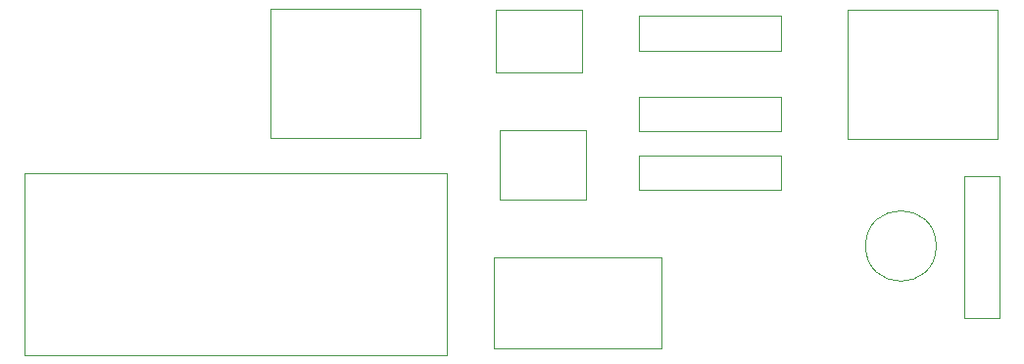
<source format=gbr>
G04 #@! TF.GenerationSoftware,KiCad,Pcbnew,5.0.2-bee76a0~70~ubuntu18.04.1*
G04 #@! TF.CreationDate,2019-03-10T18:12:25+00:00*
G04 #@! TF.ProjectId,led_driver,6c65645f-6472-4697-9665-722e6b696361,rev?*
G04 #@! TF.SameCoordinates,Original*
G04 #@! TF.FileFunction,Other,User*
%FSLAX46Y46*%
G04 Gerber Fmt 4.6, Leading zero omitted, Abs format (unit mm)*
G04 Created by KiCad (PCBNEW 5.0.2-bee76a0~70~ubuntu18.04.1) date Sun 10 Mar 2019 18:12:25 GMT*
%MOMM*%
%LPD*%
G01*
G04 APERTURE LIST*
%ADD10C,0.050000*%
G04 APERTURE END LIST*
D10*
G04 #@! TO.C,J1*
X161424000Y-80813500D02*
X161424000Y-69623500D01*
X161424000Y-80813500D02*
X174364000Y-80813500D01*
X174364000Y-69623500D02*
X161424000Y-69623500D01*
X174364000Y-69623500D02*
X174364000Y-80813500D01*
G04 #@! TO.C,J2*
X176690000Y-99607500D02*
X176690000Y-83907500D01*
X176690000Y-99607500D02*
X140190000Y-99607500D01*
X140190000Y-83907500D02*
X140190000Y-99607500D01*
X176690000Y-83907500D02*
X140190000Y-83907500D01*
G04 #@! TO.C,J4*
X211335000Y-80935000D02*
X211335000Y-69745000D01*
X211335000Y-80935000D02*
X224275000Y-80935000D01*
X224275000Y-69745000D02*
X211335000Y-69745000D01*
X224275000Y-69745000D02*
X224275000Y-80935000D01*
G04 #@! TO.C,Q1*
X188725500Y-80185000D02*
X181225500Y-80185000D01*
X188725500Y-86185000D02*
X188725500Y-80185000D01*
X181225500Y-86185000D02*
X188725500Y-86185000D01*
X181225500Y-80185000D02*
X181225500Y-86185000D01*
G04 #@! TO.C,Q2*
X180864500Y-69753500D02*
X180864500Y-75153500D01*
X188324500Y-69753500D02*
X188324500Y-75153500D01*
X180864500Y-69753500D02*
X188324500Y-69753500D01*
X180864500Y-75153500D02*
X188324500Y-75153500D01*
G04 #@! TO.C,R1*
X193260000Y-80240000D02*
X205520000Y-80240000D01*
X193260000Y-77240000D02*
X193260000Y-80240000D01*
X205520000Y-77240000D02*
X193260000Y-77240000D01*
X205520000Y-80240000D02*
X205520000Y-77240000D01*
G04 #@! TO.C,R2*
X193260000Y-85320000D02*
X205520000Y-85320000D01*
X193260000Y-82320000D02*
X193260000Y-85320000D01*
X205520000Y-82320000D02*
X193260000Y-82320000D01*
X205520000Y-85320000D02*
X205520000Y-82320000D01*
G04 #@! TO.C,R3*
X193260000Y-70255000D02*
X193260000Y-73255000D01*
X193260000Y-73255000D02*
X205520000Y-73255000D01*
X205520000Y-73255000D02*
X205520000Y-70255000D01*
X205520000Y-70255000D02*
X193260000Y-70255000D01*
G04 #@! TO.C,R4*
X221385000Y-96427000D02*
X224385000Y-96427000D01*
X224385000Y-96427000D02*
X224385000Y-84167000D01*
X224385000Y-84167000D02*
X221385000Y-84167000D01*
X221385000Y-84167000D02*
X221385000Y-96427000D01*
G04 #@! TO.C,RV2*
X180693500Y-99049500D02*
X195193500Y-99049500D01*
X195193500Y-99049500D02*
X195193500Y-91149500D01*
X195193500Y-91149500D02*
X180693500Y-91149500D01*
X180693500Y-91149500D02*
X180693500Y-99049500D01*
G04 #@! TO.C,REF\002A\002A*
X218950000Y-90170000D02*
G75*
G03X218950000Y-90170000I-3050000J0D01*
G01*
G04 #@! TD*
M02*

</source>
